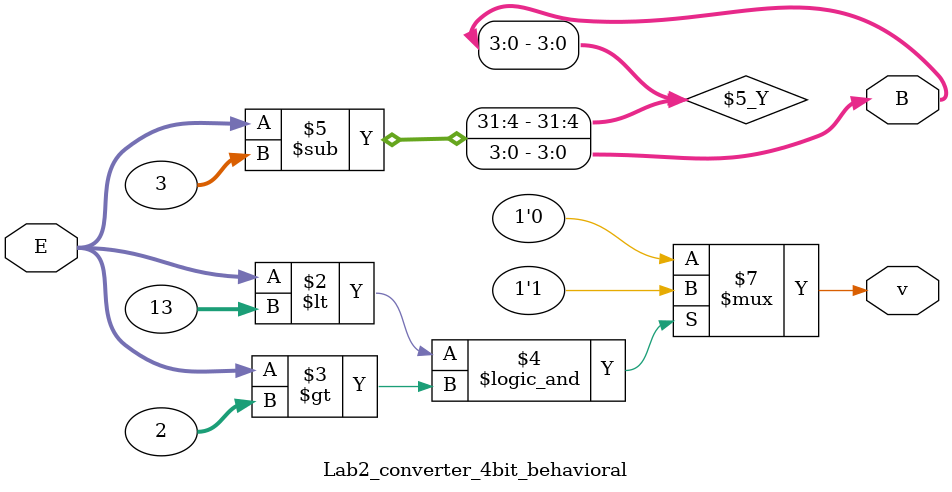
<source format=v>
module	Lab2_converter_4bit_behavioral (input [3:0] E, output reg [3:0] B, output reg v);

	always @(E) begin
		if(E<13&&E>2) v=1;
		else v=0;
		B=E-3;
	end

endmodule
</source>
